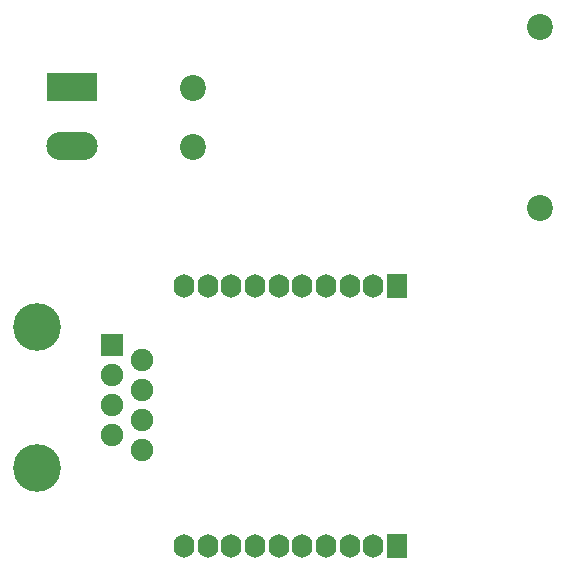
<source format=gbr>
G04 #@! TF.GenerationSoftware,KiCad,Pcbnew,no-vcs-found-7664~57~ubuntu16.10.1*
G04 #@! TF.CreationDate,2017-02-19T11:00:57+01:00*
G04 #@! TF.ProjectId,pulseboard,70756C7365626F6172642E6B69636164,rev?*
G04 #@! TF.FileFunction,Soldermask,Top*
G04 #@! TF.FilePolarity,Negative*
%FSLAX46Y46*%
G04 Gerber Fmt 4.6, Leading zero omitted, Abs format (unit mm)*
G04 Created by KiCad (PCBNEW no-vcs-found-7664~57~ubuntu16.10.1) date Sun Feb 19 11:00:57 2017*
%MOMM*%
%LPD*%
G01*
G04 APERTURE LIST*
%ADD10C,0.100000*%
%ADD11O,4.360000X2.380000*%
%ADD12R,4.360000X2.380000*%
%ADD13C,2.200000*%
%ADD14O,1.760000X2.000000*%
%ADD15R,1.760000X2.000000*%
%ADD16C,1.901140*%
%ADD17R,1.901140X1.901140*%
%ADD18C,4.049980*%
G04 APERTURE END LIST*
D10*
D11*
X108600240Y-72990720D03*
D12*
X108600240Y-67990720D03*
D13*
X118809800Y-68057080D03*
X118809800Y-73057080D03*
X148209800Y-62857080D03*
X148209800Y-78257080D03*
D14*
X118094720Y-106803720D03*
X120094720Y-106803720D03*
X122094720Y-106803720D03*
X124094720Y-106803720D03*
X126094720Y-106803720D03*
X128094720Y-106803720D03*
X130094720Y-106803720D03*
X132094720Y-106803720D03*
X134094720Y-106803720D03*
D15*
X136094720Y-106803720D03*
X136094720Y-84803720D03*
D14*
X134094720Y-84803720D03*
X132094720Y-84803720D03*
X130094720Y-84803720D03*
X128094720Y-84803720D03*
X126094720Y-84803720D03*
X124094720Y-84803720D03*
X122094720Y-84803720D03*
X120094720Y-84803720D03*
X118094720Y-84803720D03*
D16*
X114554000Y-98704400D03*
X112014000Y-97434400D03*
X114554000Y-96164400D03*
X112014000Y-94894400D03*
X114554000Y-93624400D03*
X112014000Y-92354400D03*
X114554000Y-91084400D03*
D17*
X112014000Y-89814400D03*
D18*
X105664000Y-88328500D03*
X105664000Y-100197920D03*
M02*

</source>
